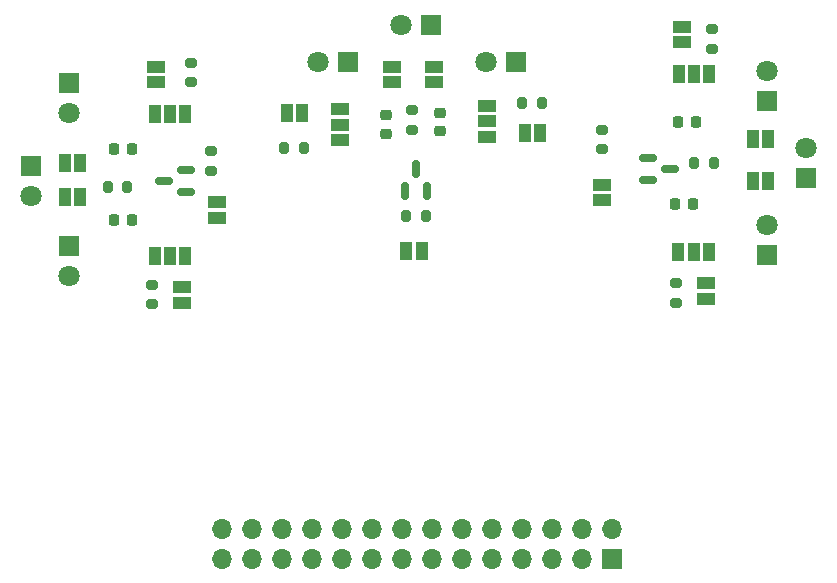
<source format=gbr>
%TF.GenerationSoftware,KiCad,Pcbnew,8.0.1*%
%TF.CreationDate,2024-03-24T19:01:41+02:00*%
%TF.ProjectId,PLLKAS005_EEE3088F,504c4c4b-4153-4303-9035-5f4545453330,V1.0*%
%TF.SameCoordinates,Original*%
%TF.FileFunction,Soldermask,Top*%
%TF.FilePolarity,Negative*%
%FSLAX46Y46*%
G04 Gerber Fmt 4.6, Leading zero omitted, Abs format (unit mm)*
G04 Created by KiCad (PCBNEW 8.0.1) date 2024-03-24 19:01:41*
%MOMM*%
%LPD*%
G01*
G04 APERTURE LIST*
G04 Aperture macros list*
%AMRoundRect*
0 Rectangle with rounded corners*
0 $1 Rounding radius*
0 $2 $3 $4 $5 $6 $7 $8 $9 X,Y pos of 4 corners*
0 Add a 4 corners polygon primitive as box body*
4,1,4,$2,$3,$4,$5,$6,$7,$8,$9,$2,$3,0*
0 Add four circle primitives for the rounded corners*
1,1,$1+$1,$2,$3*
1,1,$1+$1,$4,$5*
1,1,$1+$1,$6,$7*
1,1,$1+$1,$8,$9*
0 Add four rect primitives between the rounded corners*
20,1,$1+$1,$2,$3,$4,$5,0*
20,1,$1+$1,$4,$5,$6,$7,0*
20,1,$1+$1,$6,$7,$8,$9,0*
20,1,$1+$1,$8,$9,$2,$3,0*%
G04 Aperture macros list end*
%ADD10R,1.800000X1.800000*%
%ADD11C,1.800000*%
%ADD12RoundRect,0.225000X-0.225000X-0.250000X0.225000X-0.250000X0.225000X0.250000X-0.225000X0.250000X0*%
%ADD13R,1.000000X1.500000*%
%ADD14R,1.500000X1.000000*%
%ADD15RoundRect,0.225000X-0.250000X0.225000X-0.250000X-0.225000X0.250000X-0.225000X0.250000X0.225000X0*%
%ADD16RoundRect,0.200000X0.275000X-0.200000X0.275000X0.200000X-0.275000X0.200000X-0.275000X-0.200000X0*%
%ADD17RoundRect,0.150000X-0.587500X-0.150000X0.587500X-0.150000X0.587500X0.150000X-0.587500X0.150000X0*%
%ADD18RoundRect,0.150000X0.587500X0.150000X-0.587500X0.150000X-0.587500X-0.150000X0.587500X-0.150000X0*%
%ADD19RoundRect,0.200000X-0.275000X0.200000X-0.275000X-0.200000X0.275000X-0.200000X0.275000X0.200000X0*%
%ADD20RoundRect,0.200000X-0.200000X-0.275000X0.200000X-0.275000X0.200000X0.275000X-0.200000X0.275000X0*%
%ADD21RoundRect,0.150000X0.150000X-0.587500X0.150000X0.587500X-0.150000X0.587500X-0.150000X-0.587500X0*%
%ADD22RoundRect,0.200000X0.200000X0.275000X-0.200000X0.275000X-0.200000X-0.275000X0.200000X-0.275000X0*%
%ADD23R,1.700000X1.700000*%
%ADD24O,1.700000X1.700000*%
G04 APERTURE END LIST*
D10*
%TO.C,D2*%
X120600000Y-107725000D03*
D11*
X120600000Y-110265000D03*
%TD*%
D12*
%TO.C,C2*%
X124350000Y-119350000D03*
X125900000Y-119350000D03*
%TD*%
D13*
%TO.C,JP5*%
X160450000Y-111962500D03*
X159150000Y-111962500D03*
%TD*%
D12*
%TO.C,C1*%
X124350000Y-113350000D03*
X125900000Y-113350000D03*
%TD*%
D13*
%TO.C,JP12*%
X178500000Y-112500000D03*
X179800000Y-112500000D03*
%TD*%
D14*
%TO.C,JP2*%
X127925000Y-106350000D03*
X127925000Y-107650000D03*
%TD*%
%TO.C,JP7*%
X174500000Y-126000000D03*
X174500000Y-124700000D03*
%TD*%
D15*
%TO.C,C6*%
X147450000Y-110475000D03*
X147450000Y-112025000D03*
%TD*%
D14*
%TO.C,JP15*%
X147950000Y-106375000D03*
X147950000Y-107675000D03*
%TD*%
D13*
%TO.C,JP13*%
X178500000Y-116000000D03*
X179800000Y-116000000D03*
%TD*%
D16*
%TO.C,R6*%
X149625000Y-111675000D03*
X149625000Y-110025000D03*
%TD*%
D17*
%TO.C,Q6*%
X169562500Y-114050000D03*
X169562500Y-115950000D03*
X171437500Y-115000000D03*
%TD*%
D16*
%TO.C,R10*%
X165675000Y-113325000D03*
X165675000Y-111675000D03*
%TD*%
D10*
%TO.C,Q1*%
X117325000Y-114725000D03*
D11*
X117325000Y-117265000D03*
%TD*%
D18*
%TO.C,Q2*%
X130500000Y-117000000D03*
X130500000Y-115100000D03*
X128625000Y-116050000D03*
%TD*%
D19*
%TO.C,R4*%
X127625000Y-124825000D03*
X127625000Y-126475000D03*
%TD*%
D14*
%TO.C,JP3*%
X133125000Y-117850000D03*
X133125000Y-119150000D03*
%TD*%
D13*
%TO.C,JP3-5*%
X172175000Y-122000000D03*
X173475000Y-122000000D03*
X174775000Y-122000000D03*
%TD*%
D10*
%TO.C,D3*%
X144225000Y-105975000D03*
D11*
X141685000Y-105975000D03*
%TD*%
D14*
%TO.C,JP3-3*%
X143500000Y-112562500D03*
X143500000Y-111262500D03*
X143500000Y-109962500D03*
%TD*%
D20*
%TO.C,R9*%
X158950000Y-109462500D03*
X160600000Y-109462500D03*
%TD*%
D13*
%TO.C,JP3-6*%
X172200000Y-107000000D03*
X173500000Y-107000000D03*
X174800000Y-107000000D03*
%TD*%
D10*
%TO.C,D4*%
X158460000Y-105975000D03*
D11*
X155920000Y-105975000D03*
%TD*%
D10*
%TO.C,Q3*%
X183000000Y-115750000D03*
D11*
X183000000Y-113210000D03*
%TD*%
D13*
%TO.C,JP6*%
X149150000Y-121962500D03*
X150450000Y-121962500D03*
%TD*%
D14*
%TO.C,JP3-4*%
X155950000Y-112262500D03*
X155950000Y-110962500D03*
X155950000Y-109662500D03*
%TD*%
D12*
%TO.C,C4*%
X171900000Y-118000000D03*
X173450000Y-118000000D03*
%TD*%
D13*
%TO.C,JP10*%
X120200000Y-114500000D03*
X121500000Y-114500000D03*
%TD*%
D12*
%TO.C,C3*%
X172125000Y-111000000D03*
X173675000Y-111000000D03*
%TD*%
D21*
%TO.C,Q5*%
X149000000Y-116900000D03*
X150900000Y-116900000D03*
X149950000Y-115025000D03*
%TD*%
D19*
%TO.C,R11*%
X172000000Y-124675000D03*
X172000000Y-126325000D03*
%TD*%
D16*
%TO.C,R12*%
X175000000Y-104825000D03*
X175000000Y-103175000D03*
%TD*%
D13*
%TO.C,JP4*%
X139000000Y-110262500D03*
X140300000Y-110262500D03*
%TD*%
D15*
%TO.C,C5*%
X151950000Y-110250000D03*
X151950000Y-111800000D03*
%TD*%
D10*
%TO.C,Q4*%
X151200000Y-102787500D03*
D11*
X148660000Y-102787500D03*
%TD*%
D10*
%TO.C,D6*%
X179700000Y-109275000D03*
D11*
X179700000Y-106735000D03*
%TD*%
D20*
%TO.C,R5*%
X173525000Y-114500000D03*
X175175000Y-114500000D03*
%TD*%
D13*
%TO.C,JP11*%
X121500000Y-117350000D03*
X120200000Y-117350000D03*
%TD*%
D10*
%TO.C,D1*%
X120600000Y-121575000D03*
D11*
X120600000Y-124115000D03*
%TD*%
D10*
%TO.C,D5*%
X179700000Y-122275000D03*
D11*
X179700000Y-119735000D03*
%TD*%
D13*
%TO.C,JP3-2*%
X127825000Y-110350000D03*
X129125000Y-110350000D03*
X130425000Y-110350000D03*
%TD*%
D20*
%TO.C,R1*%
X123850000Y-116500000D03*
X125500000Y-116500000D03*
%TD*%
D13*
%TO.C,JP3-1*%
X127825000Y-122350000D03*
X129125000Y-122350000D03*
X130425000Y-122350000D03*
%TD*%
D14*
%TO.C,JP9*%
X165675000Y-116350000D03*
X165675000Y-117650000D03*
%TD*%
%TO.C,JP8*%
X172500000Y-104300000D03*
X172500000Y-103000000D03*
%TD*%
%TO.C,JP1*%
X130125000Y-126325000D03*
X130125000Y-125025000D03*
%TD*%
D22*
%TO.C,R7*%
X150775000Y-118962500D03*
X149125000Y-118962500D03*
%TD*%
D14*
%TO.C,JP14*%
X151450000Y-106375000D03*
X151450000Y-107675000D03*
%TD*%
D16*
%TO.C,R3*%
X130925000Y-107675000D03*
X130925000Y-106025000D03*
%TD*%
%TO.C,R2*%
X132625000Y-115175000D03*
X132625000Y-113525000D03*
%TD*%
D20*
%TO.C,R8*%
X138800000Y-113262500D03*
X140450000Y-113262500D03*
%TD*%
D23*
%TO.C,J1*%
X166580000Y-148040000D03*
D24*
X166580000Y-145500000D03*
X164040000Y-148040000D03*
X164040000Y-145500000D03*
X161500000Y-148040000D03*
X161500000Y-145500000D03*
X158960000Y-148040000D03*
X158960000Y-145500000D03*
X156420000Y-148040000D03*
X156420000Y-145500000D03*
X153880000Y-148040000D03*
X153880000Y-145500000D03*
X151340000Y-148040000D03*
X151340000Y-145500000D03*
X148800000Y-148040000D03*
X148800000Y-145500000D03*
X146260000Y-148040000D03*
X146260000Y-145500000D03*
X143720000Y-148040000D03*
X143720000Y-145500000D03*
X141180000Y-148040000D03*
X141180000Y-145500000D03*
X138640000Y-148040000D03*
X138640000Y-145500000D03*
X136100000Y-148040000D03*
X136100000Y-145500000D03*
X133560000Y-148040000D03*
X133560000Y-145500000D03*
%TD*%
M02*

</source>
